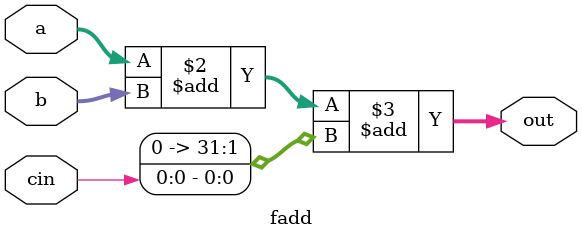
<source format=sv>
module fadd (
    input logic [31:0] a, b,
    input logic cin,
    output logic [31:0] out
);

    always_comb begin
        out = a + b + { 31'b0, cin };
    end
endmodule

</source>
